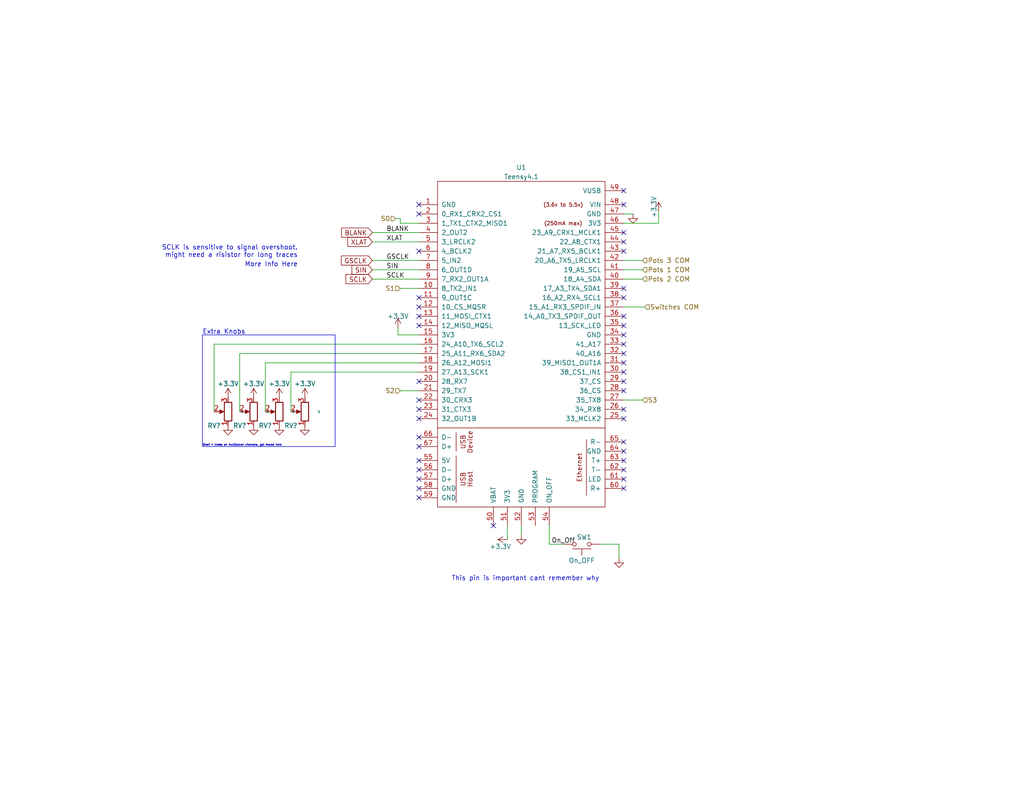
<source format=kicad_sch>
(kicad_sch (version 20230121) (generator eeschema)

  (uuid 24c105d8-5026-40af-bad3-17e0838c9377)

  (paper "USLetter")

  (title_block
    (title "VMC-1")
    (date "2023-12-03")
    (rev "1.00")
  )

  (lib_symbols
    (symbol "Device:R_Potentiometer" (pin_names (offset 1.016) hide) (in_bom yes) (on_board yes)
      (property "Reference" "RV" (at -4.445 0 90)
        (effects (font (size 1.27 1.27)))
      )
      (property "Value" "R_Potentiometer" (at -2.54 0 90)
        (effects (font (size 1.27 1.27)))
      )
      (property "Footprint" "" (at 0 0 0)
        (effects (font (size 1.27 1.27)) hide)
      )
      (property "Datasheet" "~" (at 0 0 0)
        (effects (font (size 1.27 1.27)) hide)
      )
      (property "ki_keywords" "resistor variable" (at 0 0 0)
        (effects (font (size 1.27 1.27)) hide)
      )
      (property "ki_description" "Potentiometer" (at 0 0 0)
        (effects (font (size 1.27 1.27)) hide)
      )
      (property "ki_fp_filters" "Potentiometer*" (at 0 0 0)
        (effects (font (size 1.27 1.27)) hide)
      )
      (symbol "R_Potentiometer_0_1"
        (polyline
          (pts
            (xy 2.54 0)
            (xy 1.524 0)
          )
          (stroke (width 0) (type default))
          (fill (type none))
        )
        (polyline
          (pts
            (xy 1.143 0)
            (xy 2.286 0.508)
            (xy 2.286 -0.508)
            (xy 1.143 0)
          )
          (stroke (width 0) (type default))
          (fill (type outline))
        )
        (rectangle (start 1.016 2.54) (end -1.016 -2.54)
          (stroke (width 0.254) (type default))
          (fill (type none))
        )
      )
      (symbol "R_Potentiometer_1_1"
        (pin passive line (at 0 3.81 270) (length 1.27)
          (name "1" (effects (font (size 1.27 1.27))))
          (number "1" (effects (font (size 1.27 1.27))))
        )
        (pin passive line (at 3.81 0 180) (length 1.27)
          (name "2" (effects (font (size 1.27 1.27))))
          (number "2" (effects (font (size 1.27 1.27))))
        )
        (pin passive line (at 0 -3.81 90) (length 1.27)
          (name "3" (effects (font (size 1.27 1.27))))
          (number "3" (effects (font (size 1.27 1.27))))
        )
      )
    )
    (symbol "Switch:SW_Push" (pin_numbers hide) (pin_names (offset 1.016) hide) (in_bom yes) (on_board yes)
      (property "Reference" "SW" (at 1.27 2.54 0)
        (effects (font (size 1.27 1.27)) (justify left))
      )
      (property "Value" "SW_Push" (at 0 -1.524 0)
        (effects (font (size 1.27 1.27)))
      )
      (property "Footprint" "" (at 0 5.08 0)
        (effects (font (size 1.27 1.27)) hide)
      )
      (property "Datasheet" "~" (at 0 5.08 0)
        (effects (font (size 1.27 1.27)) hide)
      )
      (property "ki_keywords" "switch normally-open pushbutton push-button" (at 0 0 0)
        (effects (font (size 1.27 1.27)) hide)
      )
      (property "ki_description" "Push button switch, generic, two pins" (at 0 0 0)
        (effects (font (size 1.27 1.27)) hide)
      )
      (symbol "SW_Push_0_1"
        (circle (center -2.032 0) (radius 0.508)
          (stroke (width 0) (type default))
          (fill (type none))
        )
        (polyline
          (pts
            (xy 0 1.27)
            (xy 0 3.048)
          )
          (stroke (width 0) (type default))
          (fill (type none))
        )
        (polyline
          (pts
            (xy 2.54 1.27)
            (xy -2.54 1.27)
          )
          (stroke (width 0) (type default))
          (fill (type none))
        )
        (circle (center 2.032 0) (radius 0.508)
          (stroke (width 0) (type default))
          (fill (type none))
        )
        (pin passive line (at -5.08 0 0) (length 2.54)
          (name "1" (effects (font (size 1.27 1.27))))
          (number "1" (effects (font (size 1.27 1.27))))
        )
        (pin passive line (at 5.08 0 180) (length 2.54)
          (name "2" (effects (font (size 1.27 1.27))))
          (number "2" (effects (font (size 1.27 1.27))))
        )
      )
    )
    (symbol "Teensy:Teensy4.1" (pin_names (offset 1.016)) (in_bom yes) (on_board yes)
      (property "Reference" "U" (at 0 64.77 0)
        (effects (font (size 1.27 1.27)))
      )
      (property "Value" "Teensy4.1" (at 0 62.23 0)
        (effects (font (size 1.27 1.27)))
      )
      (property "Footprint" "" (at -10.16 10.16 0)
        (effects (font (size 1.27 1.27)) hide)
      )
      (property "Datasheet" "" (at -10.16 10.16 0)
        (effects (font (size 1.27 1.27)) hide)
      )
      (symbol "Teensy4.1_0_0"
        (polyline
          (pts
            (xy -22.86 -6.35)
            (xy 22.86 -6.35)
          )
          (stroke (width 0) (type solid))
          (fill (type none))
        )
        (polyline
          (pts
            (xy -17.78 -26.67)
            (xy -17.78 -13.97)
          )
          (stroke (width 0) (type solid))
          (fill (type none))
        )
        (polyline
          (pts
            (xy -17.78 -7.62)
            (xy -17.78 -12.7)
          )
          (stroke (width 0) (type solid))
          (fill (type none))
        )
        (polyline
          (pts
            (xy 17.78 -9.525)
            (xy 17.78 -24.765)
          )
          (stroke (width 0) (type solid))
          (fill (type none))
        )
        (text "(250mA max)" (at 11.43 49.53 0)
          (effects (font (size 1.016 1.016)))
        )
        (text "(3.6v to 5.5v)" (at 11.43 54.61 0)
          (effects (font (size 1.016 1.016)))
        )
        (text "Device" (at -13.97 -10.16 900)
          (effects (font (size 1.27 1.27)))
        )
        (text "Ethernet" (at 15.875 -17.145 900)
          (effects (font (size 1.27 1.27)))
        )
        (text "Host" (at -13.97 -20.32 900)
          (effects (font (size 1.27 1.27)))
        )
        (text "USB" (at -15.875 -20.32 900)
          (effects (font (size 1.27 1.27)))
        )
        (text "USB" (at -15.875 -10.16 900)
          (effects (font (size 1.27 1.27)))
        )
        (pin bidirectional line (at -27.94 31.75 0) (length 5.08)
          (name "8_TX2_IN1" (effects (font (size 1.27 1.27))))
          (number "10" (effects (font (size 1.27 1.27))))
        )
        (pin bidirectional line (at -27.94 29.21 0) (length 5.08)
          (name "9_OUT1C" (effects (font (size 1.27 1.27))))
          (number "11" (effects (font (size 1.27 1.27))))
        )
        (pin bidirectional line (at -27.94 26.67 0) (length 5.08)
          (name "10_CS_MQSR" (effects (font (size 1.27 1.27))))
          (number "12" (effects (font (size 1.27 1.27))))
        )
        (pin bidirectional line (at -27.94 24.13 0) (length 5.08)
          (name "11_MOSI_CTX1" (effects (font (size 1.27 1.27))))
          (number "13" (effects (font (size 1.27 1.27))))
        )
        (pin bidirectional line (at -27.94 21.59 0) (length 5.08)
          (name "12_MISO_MQSL" (effects (font (size 1.27 1.27))))
          (number "14" (effects (font (size 1.27 1.27))))
        )
        (pin power_in line (at -27.94 19.05 0) (length 5.08)
          (name "3V3" (effects (font (size 1.27 1.27))))
          (number "15" (effects (font (size 1.27 1.27))))
        )
        (pin bidirectional line (at -27.94 16.51 0) (length 5.08)
          (name "24_A10_TX6_SCL2" (effects (font (size 1.27 1.27))))
          (number "16" (effects (font (size 1.27 1.27))))
        )
        (pin bidirectional line (at -27.94 13.97 0) (length 5.08)
          (name "25_A11_RX6_SDA2" (effects (font (size 1.27 1.27))))
          (number "17" (effects (font (size 1.27 1.27))))
        )
        (pin bidirectional line (at -27.94 11.43 0) (length 5.08)
          (name "26_A12_MOSI1" (effects (font (size 1.27 1.27))))
          (number "18" (effects (font (size 1.27 1.27))))
        )
        (pin bidirectional line (at -27.94 8.89 0) (length 5.08)
          (name "27_A13_SCK1" (effects (font (size 1.27 1.27))))
          (number "19" (effects (font (size 1.27 1.27))))
        )
        (pin bidirectional line (at -27.94 6.35 0) (length 5.08)
          (name "28_RX7" (effects (font (size 1.27 1.27))))
          (number "20" (effects (font (size 1.27 1.27))))
        )
        (pin bidirectional line (at -27.94 3.81 0) (length 5.08)
          (name "29_TX7" (effects (font (size 1.27 1.27))))
          (number "21" (effects (font (size 1.27 1.27))))
        )
        (pin bidirectional line (at -27.94 1.27 0) (length 5.08)
          (name "30_CRX3" (effects (font (size 1.27 1.27))))
          (number "22" (effects (font (size 1.27 1.27))))
        )
        (pin bidirectional line (at -27.94 -1.27 0) (length 5.08)
          (name "31_CTX3" (effects (font (size 1.27 1.27))))
          (number "23" (effects (font (size 1.27 1.27))))
        )
        (pin bidirectional line (at -27.94 -3.81 0) (length 5.08)
          (name "32_OUT1B" (effects (font (size 1.27 1.27))))
          (number "24" (effects (font (size 1.27 1.27))))
        )
        (pin bidirectional line (at 27.94 -3.81 180) (length 5.08)
          (name "33_MCLK2" (effects (font (size 1.27 1.27))))
          (number "25" (effects (font (size 1.27 1.27))))
        )
        (pin bidirectional line (at 27.94 -1.27 180) (length 5.08)
          (name "34_RX8" (effects (font (size 1.27 1.27))))
          (number "26" (effects (font (size 1.27 1.27))))
        )
        (pin bidirectional line (at 27.94 1.27 180) (length 5.08)
          (name "35_TX8" (effects (font (size 1.27 1.27))))
          (number "27" (effects (font (size 1.27 1.27))))
        )
        (pin bidirectional line (at 27.94 3.81 180) (length 5.08)
          (name "36_CS" (effects (font (size 1.27 1.27))))
          (number "28" (effects (font (size 1.27 1.27))))
        )
        (pin bidirectional line (at 27.94 6.35 180) (length 5.08)
          (name "37_CS" (effects (font (size 1.27 1.27))))
          (number "29" (effects (font (size 1.27 1.27))))
        )
        (pin bidirectional line (at 27.94 8.89 180) (length 5.08)
          (name "38_CS1_IN1" (effects (font (size 1.27 1.27))))
          (number "30" (effects (font (size 1.27 1.27))))
        )
        (pin bidirectional line (at 27.94 11.43 180) (length 5.08)
          (name "39_MISO1_OUT1A" (effects (font (size 1.27 1.27))))
          (number "31" (effects (font (size 1.27 1.27))))
        )
        (pin bidirectional line (at 27.94 13.97 180) (length 5.08)
          (name "40_A16" (effects (font (size 1.27 1.27))))
          (number "32" (effects (font (size 1.27 1.27))))
        )
        (pin bidirectional line (at 27.94 16.51 180) (length 5.08)
          (name "41_A17" (effects (font (size 1.27 1.27))))
          (number "33" (effects (font (size 1.27 1.27))))
        )
        (pin bidirectional line (at 27.94 21.59 180) (length 5.08)
          (name "13_SCK_LED" (effects (font (size 1.27 1.27))))
          (number "35" (effects (font (size 1.27 1.27))))
        )
        (pin bidirectional line (at 27.94 24.13 180) (length 5.08)
          (name "14_A0_TX3_SPDIF_OUT" (effects (font (size 1.27 1.27))))
          (number "36" (effects (font (size 1.27 1.27))))
        )
        (pin bidirectional line (at 27.94 26.67 180) (length 5.08)
          (name "15_A1_RX3_SPDIF_IN" (effects (font (size 1.27 1.27))))
          (number "37" (effects (font (size 1.27 1.27))))
        )
        (pin bidirectional line (at 27.94 29.21 180) (length 5.08)
          (name "16_A2_RX4_SCL1" (effects (font (size 1.27 1.27))))
          (number "38" (effects (font (size 1.27 1.27))))
        )
        (pin bidirectional line (at 27.94 31.75 180) (length 5.08)
          (name "17_A3_TX4_SDA1" (effects (font (size 1.27 1.27))))
          (number "39" (effects (font (size 1.27 1.27))))
        )
        (pin bidirectional line (at 27.94 34.29 180) (length 5.08)
          (name "18_A4_SDA" (effects (font (size 1.27 1.27))))
          (number "40" (effects (font (size 1.27 1.27))))
        )
        (pin bidirectional line (at 27.94 36.83 180) (length 5.08)
          (name "19_A5_SCL" (effects (font (size 1.27 1.27))))
          (number "41" (effects (font (size 1.27 1.27))))
        )
        (pin bidirectional line (at 27.94 39.37 180) (length 5.08)
          (name "20_A6_TX5_LRCLK1" (effects (font (size 1.27 1.27))))
          (number "42" (effects (font (size 1.27 1.27))))
        )
        (pin bidirectional line (at 27.94 41.91 180) (length 5.08)
          (name "21_A7_RX5_BCLK1" (effects (font (size 1.27 1.27))))
          (number "43" (effects (font (size 1.27 1.27))))
        )
        (pin bidirectional line (at 27.94 44.45 180) (length 5.08)
          (name "22_A8_CTX1" (effects (font (size 1.27 1.27))))
          (number "44" (effects (font (size 1.27 1.27))))
        )
        (pin bidirectional line (at 27.94 46.99 180) (length 5.08)
          (name "23_A9_CRX1_MCLK1" (effects (font (size 1.27 1.27))))
          (number "45" (effects (font (size 1.27 1.27))))
        )
        (pin output line (at 27.94 49.53 180) (length 5.08)
          (name "3V3" (effects (font (size 1.27 1.27))))
          (number "46" (effects (font (size 1.27 1.27))))
        )
        (pin output line (at 27.94 52.07 180) (length 5.08)
          (name "GND" (effects (font (size 1.27 1.27))))
          (number "47" (effects (font (size 1.27 1.27))))
        )
        (pin power_in line (at 27.94 54.61 180) (length 5.08)
          (name "VIN" (effects (font (size 1.27 1.27))))
          (number "48" (effects (font (size 1.27 1.27))))
        )
        (pin power_out line (at 27.94 58.42 180) (length 5.08)
          (name "VUSB" (effects (font (size 1.27 1.27))))
          (number "49" (effects (font (size 1.27 1.27))))
        )
        (pin bidirectional line (at -27.94 44.45 0) (length 5.08)
          (name "3_LRCLK2" (effects (font (size 1.27 1.27))))
          (number "5" (effects (font (size 1.27 1.27))))
        )
        (pin power_in line (at -7.62 -33.02 90) (length 5.08)
          (name "VBAT" (effects (font (size 1.27 1.27))))
          (number "50" (effects (font (size 1.27 1.27))))
        )
        (pin power_in line (at -3.81 -33.02 90) (length 5.08)
          (name "3V3" (effects (font (size 1.27 1.27))))
          (number "51" (effects (font (size 1.27 1.27))))
        )
        (pin input line (at 0 -33.02 90) (length 5.08)
          (name "GND" (effects (font (size 1.27 1.27))))
          (number "52" (effects (font (size 1.27 1.27))))
        )
        (pin input line (at 3.81 -33.02 90) (length 5.08)
          (name "PROGRAM" (effects (font (size 1.27 1.27))))
          (number "53" (effects (font (size 1.27 1.27))))
        )
        (pin input line (at 7.62 -33.02 90) (length 5.08)
          (name "ON_OFF" (effects (font (size 1.27 1.27))))
          (number "54" (effects (font (size 1.27 1.27))))
        )
        (pin power_out line (at -27.94 -15.24 0) (length 5.08)
          (name "5V" (effects (font (size 1.27 1.27))))
          (number "55" (effects (font (size 1.27 1.27))))
        )
        (pin bidirectional line (at -27.94 -17.78 0) (length 5.08)
          (name "D-" (effects (font (size 1.27 1.27))))
          (number "56" (effects (font (size 1.27 1.27))))
        )
        (pin bidirectional line (at -27.94 -20.32 0) (length 5.08)
          (name "D+" (effects (font (size 1.27 1.27))))
          (number "57" (effects (font (size 1.27 1.27))))
        )
        (pin power_in line (at -27.94 -22.86 0) (length 5.08)
          (name "GND" (effects (font (size 1.27 1.27))))
          (number "58" (effects (font (size 1.27 1.27))))
        )
        (pin power_in line (at -27.94 -25.4 0) (length 5.08)
          (name "GND" (effects (font (size 1.27 1.27))))
          (number "59" (effects (font (size 1.27 1.27))))
        )
        (pin bidirectional line (at -27.94 41.91 0) (length 5.08)
          (name "4_BCLK2" (effects (font (size 1.27 1.27))))
          (number "6" (effects (font (size 1.27 1.27))))
        )
        (pin bidirectional line (at 27.94 -22.86 180) (length 5.08)
          (name "R+" (effects (font (size 1.27 1.27))))
          (number "60" (effects (font (size 1.27 1.27))))
        )
        (pin bidirectional line (at 27.94 -20.32 180) (length 5.08)
          (name "LED" (effects (font (size 1.27 1.27))))
          (number "61" (effects (font (size 1.27 1.27))))
        )
        (pin bidirectional line (at 27.94 -17.78 180) (length 5.08)
          (name "T-" (effects (font (size 1.27 1.27))))
          (number "62" (effects (font (size 1.27 1.27))))
        )
        (pin bidirectional line (at 27.94 -15.24 180) (length 5.08)
          (name "T+" (effects (font (size 1.27 1.27))))
          (number "63" (effects (font (size 1.27 1.27))))
        )
        (pin power_in line (at 27.94 -12.7 180) (length 5.08)
          (name "GND" (effects (font (size 1.27 1.27))))
          (number "64" (effects (font (size 1.27 1.27))))
        )
        (pin bidirectional line (at 27.94 -10.16 180) (length 5.08)
          (name "R-" (effects (font (size 1.27 1.27))))
          (number "65" (effects (font (size 1.27 1.27))))
        )
        (pin bidirectional line (at -27.94 -8.89 0) (length 5.08)
          (name "D-" (effects (font (size 1.27 1.27))))
          (number "66" (effects (font (size 1.27 1.27))))
        )
        (pin bidirectional line (at -27.94 -11.43 0) (length 5.08)
          (name "D+" (effects (font (size 1.27 1.27))))
          (number "67" (effects (font (size 1.27 1.27))))
        )
        (pin bidirectional line (at -27.94 39.37 0) (length 5.08)
          (name "5_IN2" (effects (font (size 1.27 1.27))))
          (number "7" (effects (font (size 1.27 1.27))))
        )
        (pin bidirectional line (at -27.94 36.83 0) (length 5.08)
          (name "6_OUT1D" (effects (font (size 1.27 1.27))))
          (number "8" (effects (font (size 1.27 1.27))))
        )
        (pin bidirectional line (at -27.94 34.29 0) (length 5.08)
          (name "7_RX2_OUT1A" (effects (font (size 1.27 1.27))))
          (number "9" (effects (font (size 1.27 1.27))))
        )
      )
      (symbol "Teensy4.1_0_1"
        (rectangle (start -22.86 60.96) (end 22.86 -27.94)
          (stroke (width 0) (type solid))
          (fill (type none))
        )
        (rectangle (start -20.32 -1.27) (end -20.32 -1.27)
          (stroke (width 0) (type solid))
          (fill (type none))
        )
      )
      (symbol "Teensy4.1_1_1"
        (pin power_in line (at -27.94 54.61 0) (length 5.08)
          (name "GND" (effects (font (size 1.27 1.27))))
          (number "1" (effects (font (size 1.27 1.27))))
        )
        (pin bidirectional line (at -27.94 52.07 0) (length 5.08)
          (name "0_RX1_CRX2_CS1" (effects (font (size 1.27 1.27))))
          (number "2" (effects (font (size 1.27 1.27))))
        )
        (pin bidirectional line (at -27.94 49.53 0) (length 5.08)
          (name "1_TX1_CTX2_MISO1" (effects (font (size 1.27 1.27))))
          (number "3" (effects (font (size 1.27 1.27))))
        )
        (pin power_in line (at 27.94 19.05 180) (length 5.08)
          (name "GND" (effects (font (size 1.27 1.27))))
          (number "34" (effects (font (size 1.27 1.27))))
        )
        (pin bidirectional line (at -27.94 46.99 0) (length 5.08)
          (name "2_OUT2" (effects (font (size 1.27 1.27))))
          (number "4" (effects (font (size 1.27 1.27))))
        )
      )
    )
    (symbol "power:+3.3V" (power) (pin_names (offset 0)) (in_bom yes) (on_board yes)
      (property "Reference" "#PWR" (at 0 -3.81 0)
        (effects (font (size 1.27 1.27)) hide)
      )
      (property "Value" "+3.3V" (at 0 3.556 0)
        (effects (font (size 1.27 1.27)))
      )
      (property "Footprint" "" (at 0 0 0)
        (effects (font (size 1.27 1.27)) hide)
      )
      (property "Datasheet" "" (at 0 0 0)
        (effects (font (size 1.27 1.27)) hide)
      )
      (property "ki_keywords" "global power" (at 0 0 0)
        (effects (font (size 1.27 1.27)) hide)
      )
      (property "ki_description" "Power symbol creates a global label with name \"+3.3V\"" (at 0 0 0)
        (effects (font (size 1.27 1.27)) hide)
      )
      (symbol "+3.3V_0_1"
        (polyline
          (pts
            (xy -0.762 1.27)
            (xy 0 2.54)
          )
          (stroke (width 0) (type default))
          (fill (type none))
        )
        (polyline
          (pts
            (xy 0 0)
            (xy 0 2.54)
          )
          (stroke (width 0) (type default))
          (fill (type none))
        )
        (polyline
          (pts
            (xy 0 2.54)
            (xy 0.762 1.27)
          )
          (stroke (width 0) (type default))
          (fill (type none))
        )
      )
      (symbol "+3.3V_1_1"
        (pin power_in line (at 0 0 90) (length 0) hide
          (name "+3.3V" (effects (font (size 1.27 1.27))))
          (number "1" (effects (font (size 1.27 1.27))))
        )
      )
    )
    (symbol "power:GND" (power) (pin_names (offset 0)) (in_bom yes) (on_board yes)
      (property "Reference" "#PWR" (at 0 -6.35 0)
        (effects (font (size 1.27 1.27)) hide)
      )
      (property "Value" "GND" (at 0 -3.81 0)
        (effects (font (size 1.27 1.27)))
      )
      (property "Footprint" "" (at 0 0 0)
        (effects (font (size 1.27 1.27)) hide)
      )
      (property "Datasheet" "" (at 0 0 0)
        (effects (font (size 1.27 1.27)) hide)
      )
      (property "ki_keywords" "global power" (at 0 0 0)
        (effects (font (size 1.27 1.27)) hide)
      )
      (property "ki_description" "Power symbol creates a global label with name \"GND\" , ground" (at 0 0 0)
        (effects (font (size 1.27 1.27)) hide)
      )
      (symbol "GND_0_1"
        (polyline
          (pts
            (xy 0 0)
            (xy 0 -1.27)
            (xy 1.27 -1.27)
            (xy 0 -2.54)
            (xy -1.27 -1.27)
            (xy 0 -1.27)
          )
          (stroke (width 0) (type default))
          (fill (type none))
        )
      )
      (symbol "GND_1_1"
        (pin power_in line (at 0 0 270) (length 0) hide
          (name "GND" (effects (font (size 1.27 1.27))))
          (number "1" (effects (font (size 1.27 1.27))))
        )
      )
    )
  )


  (no_connect (at 170.18 81.28) (uuid 001b3f1f-985b-4bdb-9024-6c3f836cef06))
  (no_connect (at 114.3 81.28) (uuid 035195e4-ec42-46f0-800e-d8756de3274b))
  (no_connect (at 114.3 128.27) (uuid 0cd1258e-4a17-42c2-8fb9-7e9098588e9e))
  (no_connect (at 114.3 104.14) (uuid 11c87e92-b36d-4b84-ad92-180775e30f9f))
  (no_connect (at 170.18 114.3) (uuid 1528c8d4-288a-46cc-856b-7e0a6e8ea0e8))
  (no_connect (at 114.3 55.88) (uuid 1eefe650-cef4-40ef-a124-5c209bb29e69))
  (no_connect (at 170.18 123.19) (uuid 233a7d35-3041-460b-8308-63ec14a06dfc))
  (no_connect (at 170.18 130.81) (uuid 23ecd732-33d9-4771-b218-81c51afeb0eb))
  (no_connect (at 170.18 93.98) (uuid 2e0c57a6-dff8-40eb-a83f-6c8731b01f58))
  (no_connect (at 170.18 104.14) (uuid 37dade6c-55f6-4500-9653-49bc6a2f0827))
  (no_connect (at 170.18 106.68) (uuid 38363b3d-49d4-482a-9128-0bfe3d39b031))
  (no_connect (at 114.3 83.82) (uuid 394fe14a-da80-47d3-8aeb-d2c14e6fc295))
  (no_connect (at 170.18 133.35) (uuid 3e6bb591-c6c1-46d5-ab09-2ecf06c4b21c))
  (no_connect (at 170.18 120.65) (uuid 40d3fe73-d782-495b-bf89-9f3f3f6318b4))
  (no_connect (at 170.18 128.27) (uuid 417f6fe9-15a9-41ca-8ec3-098ecc693a63))
  (no_connect (at 170.18 101.6) (uuid 4915dd60-6192-4f39-ac25-dbb13123d5c7))
  (no_connect (at 170.18 86.36) (uuid 4a0baf42-54b0-441f-bfee-6d6006738989))
  (no_connect (at 114.3 111.76) (uuid 4ad9a6f2-7af8-4b4c-8928-071b4cbb5461))
  (no_connect (at 170.18 68.58) (uuid 4b61f074-7242-4421-92d9-d8c9f9eb2d0a))
  (no_connect (at 170.18 88.9) (uuid 573f5312-530a-4e8c-8f71-043c06294bdd))
  (no_connect (at 114.3 125.73) (uuid 5ab14697-a550-4c68-bded-7890d2d440f2))
  (no_connect (at 114.3 68.58) (uuid 5b8ce891-e5ce-4d5b-a016-195a36029aad))
  (no_connect (at 170.18 52.07) (uuid 72351fa5-5b63-4d76-bdb3-5660fbc3f112))
  (no_connect (at 114.3 86.36) (uuid 73248f4e-a4e3-4dd2-a215-d1116e28ac0e))
  (no_connect (at 114.3 119.38) (uuid 74186db3-5698-4792-9568-fd77fc1e299e))
  (no_connect (at 114.3 114.3) (uuid 74dbafc0-a713-4953-bf1b-4a172404bbf9))
  (no_connect (at 114.3 133.35) (uuid 7566f827-0308-4b12-b6aa-0def2145fb7b))
  (no_connect (at 170.18 66.04) (uuid 792eab18-18b0-4bc3-9e18-6c243437ab20))
  (no_connect (at 170.18 55.88) (uuid 7b2b7b55-339d-42e6-aed4-ac4a47ad9aeb))
  (no_connect (at 114.3 121.92) (uuid 85d51d7d-5290-4e5e-8537-bd9394ee0536))
  (no_connect (at 170.18 78.74) (uuid 8aaec7a6-347b-4130-9cd9-7d30699d4c23))
  (no_connect (at 134.62 143.51) (uuid 8f008007-d51e-4f18-bd81-984e36e374b4))
  (no_connect (at 114.3 58.42) (uuid 9a54764a-b9e1-4b78-8b16-e5ca38d8c94b))
  (no_connect (at 170.18 99.06) (uuid 9cea62c8-542f-4244-9dee-f79113073bcf))
  (no_connect (at 170.18 111.76) (uuid a27b0bb0-7a36-48a6-8af5-3c99ecb0ac3e))
  (no_connect (at 170.18 125.73) (uuid afe39742-8c42-4194-a569-411f13ea31e1))
  (no_connect (at 114.3 109.22) (uuid b50c2310-1c26-4382-8720-e7f5d44df7a8))
  (no_connect (at 114.3 130.81) (uuid bf4d40db-ca8e-46a6-bb3b-e9ab2aa0a859))
  (no_connect (at 170.18 96.52) (uuid c4e384b4-d2c7-4a62-9d62-a57675f8d43c))
  (no_connect (at 114.3 88.9) (uuid d758a4a8-31a2-4cb0-a937-ee8dd9e02638))
  (no_connect (at 170.18 63.5) (uuid e42a19b1-d7a6-407d-a5b8-1e41f101539a))
  (no_connect (at 114.3 135.89) (uuid ebd6de13-79ce-4008-b53b-d65c0b5f44cd))
  (no_connect (at 170.18 91.44) (uuid f5faf697-e46c-4ff7-a2df-e377e88dce67))

  (wire (pts (xy 108.585 91.44) (xy 114.3 91.44))
    (stroke (width 0) (type default))
    (uuid 06647aa9-5c4c-42ca-aed4-c67887d672f1)
  )
  (wire (pts (xy 142.24 146.05) (xy 142.24 143.51))
    (stroke (width 0) (type default))
    (uuid 0b758613-b143-4a33-8c0a-23faa0ad72d0)
  )
  (wire (pts (xy 179.705 60.96) (xy 170.18 60.96))
    (stroke (width 0) (type default))
    (uuid 2348d76b-b6ac-41ae-b250-fbde5acb2fab)
  )
  (wire (pts (xy 101.6 71.12) (xy 114.3 71.12))
    (stroke (width 0) (type default))
    (uuid 2474ac3d-d8b2-4853-b37b-bfe288d47339)
  )
  (wire (pts (xy 101.6 76.2) (xy 114.3 76.2))
    (stroke (width 0) (type default))
    (uuid 24d0cd28-f22c-488c-9939-3c6b02876c36)
  )
  (wire (pts (xy 170.18 73.66) (xy 175.26 73.66))
    (stroke (width 0) (type default))
    (uuid 2b767d23-aa7c-44cb-831a-3028795730f0)
  )
  (wire (pts (xy 168.91 148.59) (xy 163.83 148.59))
    (stroke (width 0) (type default))
    (uuid 40ef1ba2-7de1-41a3-b844-106c3741622d)
  )
  (wire (pts (xy 170.18 109.22) (xy 175.26 109.22))
    (stroke (width 0) (type default))
    (uuid 4562d32c-78ec-4938-8e0f-d9de58b76900)
  )
  (wire (pts (xy 58.42 93.98) (xy 58.42 112.395))
    (stroke (width 0) (type default))
    (uuid 4f1962b1-ec3b-43c1-be1e-ebbe5213fcc7)
  )
  (wire (pts (xy 79.375 101.6) (xy 79.375 112.395))
    (stroke (width 0) (type default))
    (uuid 4fcaac12-80af-4bc6-8fed-be20d72e6501)
  )
  (wire (pts (xy 101.6 73.66) (xy 114.3 73.66))
    (stroke (width 0) (type default))
    (uuid 53f98deb-dc05-4989-baf6-1f202cf089cf)
  )
  (wire (pts (xy 58.42 93.98) (xy 114.3 93.98))
    (stroke (width 0) (type default))
    (uuid 5916ea4f-5524-4a2a-93ed-46ff7777a6c5)
  )
  (wire (pts (xy 72.39 99.06) (xy 72.39 112.395))
    (stroke (width 0) (type default))
    (uuid 5d31a4aa-8641-4d0b-abb3-2e437ae28829)
  )
  (wire (pts (xy 179.705 57.785) (xy 179.705 60.96))
    (stroke (width 0) (type default))
    (uuid 60a28edd-0d04-4c11-a600-c73fb0cefc7d)
  )
  (wire (pts (xy 109.22 78.74) (xy 114.3 78.74))
    (stroke (width 0) (type default))
    (uuid 614a663a-790e-49ed-82c4-47967bdc864a)
  )
  (wire (pts (xy 101.6 66.04) (xy 114.3 66.04))
    (stroke (width 0) (type default))
    (uuid 619bce3c-70d4-4a5c-b6ea-3ac2a5d9b6cd)
  )
  (wire (pts (xy 138.43 147.32) (xy 138.43 143.51))
    (stroke (width 0) (type default))
    (uuid 6a266070-4232-45fe-a1ba-5942c229fff0)
  )
  (wire (pts (xy 108.585 89.535) (xy 108.585 91.44))
    (stroke (width 0) (type default))
    (uuid 72c75574-2d03-4b56-8c72-b169d7864fd3)
  )
  (wire (pts (xy 65.405 96.52) (xy 65.405 112.395))
    (stroke (width 0) (type default))
    (uuid 75582ebf-fab9-428c-aaaa-254c2b59153a)
  )
  (wire (pts (xy 109.22 60.96) (xy 114.3 60.96))
    (stroke (width 0) (type default))
    (uuid 80c8fef3-f065-417e-8206-c3f4e1b1516b)
  )
  (wire (pts (xy 170.18 71.12) (xy 175.26 71.12))
    (stroke (width 0) (type default))
    (uuid 8e467647-050d-4e95-b13d-56058de8e326)
  )
  (wire (pts (xy 109.22 106.68) (xy 114.3 106.68))
    (stroke (width 0) (type default))
    (uuid 90e1e4c2-1c46-4b7d-a0d6-8527d9690933)
  )
  (wire (pts (xy 170.18 83.82) (xy 175.895 83.82))
    (stroke (width 0) (type default))
    (uuid 9f22d732-1aa1-4138-b884-d998092596a1)
  )
  (wire (pts (xy 170.18 58.42) (xy 172.72 58.42))
    (stroke (width 0) (type default))
    (uuid 9fda7385-5060-4cd1-b996-55f3289063b6)
  )
  (wire (pts (xy 107.95 59.69) (xy 109.22 59.69))
    (stroke (width 0) (type default))
    (uuid a8bbda5a-cad6-4f08-b483-20a063aeeae5)
  )
  (wire (pts (xy 149.86 148.59) (xy 153.67 148.59))
    (stroke (width 0) (type default))
    (uuid ab24712b-5977-40ea-9b21-2555e06acf88)
  )
  (wire (pts (xy 168.91 152.4) (xy 168.91 148.59))
    (stroke (width 0) (type default))
    (uuid b70d18a1-54f5-4b43-8a87-eb96540b9e91)
  )
  (wire (pts (xy 149.86 143.51) (xy 149.86 148.59))
    (stroke (width 0) (type default))
    (uuid c551c3a1-5312-4a79-b2db-ee9d300bb39d)
  )
  (wire (pts (xy 170.18 76.2) (xy 175.26 76.2))
    (stroke (width 0) (type default))
    (uuid c71c9951-33b2-4607-8958-4e553fd60a13)
  )
  (wire (pts (xy 65.405 96.52) (xy 114.3 96.52))
    (stroke (width 0) (type default))
    (uuid cbd6fa21-818e-4a2a-b0f5-23810e52b8f4)
  )
  (wire (pts (xy 101.6 63.5) (xy 114.3 63.5))
    (stroke (width 0) (type default))
    (uuid e17dbe56-26fd-4f31-bb6b-11ddb0dc4449)
  )
  (wire (pts (xy 79.375 101.6) (xy 114.3 101.6))
    (stroke (width 0) (type default))
    (uuid f27200cb-f449-43ed-80c4-1e92e1f20068)
  )
  (wire (pts (xy 72.39 99.06) (xy 114.3 99.06))
    (stroke (width 0) (type default))
    (uuid f6c1dcd4-c18c-4e91-803f-9c3c0f651fee)
  )
  (wire (pts (xy 109.22 59.69) (xy 109.22 60.96))
    (stroke (width 0) (type default))
    (uuid f8a74f37-c34e-4fc4-b2b9-1c77aac81230)
  )

  (rectangle (start 55.245 91.44) (end 91.44 121.92)
    (stroke (width 0) (type default))
    (fill (type none))
    (uuid 4c826b83-cb8a-4899-8266-39e0e04aea0f)
  )

  (text "SCLK is sensitive to signal overshoot.\nmight need a risistor for long traces"
    (at 81.28 70.485 0)
    (effects (font (size 1.27 1.27)) (justify right bottom))
    (uuid 065cfe54-4702-4547-a424-dba8a412dc03)
  )
  (text "Extra Knobs" (at 55.245 91.44 0)
    (effects (font (size 1.27 1.27)) (justify left bottom))
    (uuid 4aeab811-ea45-42b1-be9f-925983229e87)
  )
  (text "Short 4 knobs on multiplexer channels, got moved here"
    (at 55.245 121.92 0)
    (effects (font (size 0.5 0.5)) (justify left bottom))
    (uuid 6ddc606a-573c-4f22-99c4-3a73c6b59309)
  )
  (text "More Info Here" (at 81.28 73.025 0)
    (effects (font (size 1.27 1.27)) (justify right bottom) (href "https://forum.pjrc.com/index.php?threads/sparkfun-tlc5940-and-teensy-4-0.71009/&p=323766&viewfull=1#post323766"))
    (uuid 705b5df5-c663-462a-b49c-69dffefd62dd)
  )
  (text "This pin is important cant remember why\n" (at 123.19 158.75 0)
    (effects (font (size 1.27 1.27)) (justify left bottom))
    (uuid fb5b334f-1a8b-4540-8adb-21f8de683730)
  )

  (label "SIN" (at 105.41 73.66 0) (fields_autoplaced)
    (effects (font (size 1.27 1.27)) (justify left bottom))
    (uuid 0f848a3b-32d9-46c9-8ede-83c933d0010f)
  )
  (label "SCLK" (at 105.41 76.2 0) (fields_autoplaced)
    (effects (font (size 1.27 1.27)) (justify left bottom))
    (uuid 46e58057-2eb9-4c5a-b65a-1200b2b9c666)
  )
  (label "GSCLK" (at 105.41 71.12 0) (fields_autoplaced)
    (effects (font (size 1.27 1.27)) (justify left bottom))
    (uuid 5dcb9316-d79a-4f0a-aede-6d79398e3dfd)
  )
  (label "On_Off" (at 150.495 148.59 0) (fields_autoplaced)
    (effects (font (size 1.27 1.27)) (justify left bottom))
    (uuid 7a1cc422-2468-4a81-88f8-73e0a4fd1415)
  )
  (label "BLANK" (at 105.41 63.5 0) (fields_autoplaced)
    (effects (font (size 1.27 1.27)) (justify left bottom))
    (uuid 85f8ab12-43d7-4cac-b09f-f5dc909e93d6)
  )
  (label "XLAT" (at 105.41 66.04 0) (fields_autoplaced)
    (effects (font (size 1.27 1.27)) (justify left bottom))
    (uuid 8b94311f-6fea-4810-80d2-59a6ddb75053)
  )

  (global_label "XLAT" (shape input) (at 101.6 66.04 180) (fields_autoplaced)
    (effects (font (size 1.27 1.27)) (justify right))
    (uuid 6389ea6e-abd5-4e7c-97e6-d6ce094453d1)
    (property "Intersheetrefs" "${INTERSHEET_REFS}" (at 94.4004 66.04 0)
      (effects (font (size 1.27 1.27)) (justify right) hide)
    )
  )
  (global_label "GSCLK" (shape input) (at 101.6 71.12 180) (fields_autoplaced)
    (effects (font (size 1.27 1.27)) (justify right))
    (uuid 940f625d-d902-4b7c-a1dc-2ba5ee45a51c)
    (property "Intersheetrefs" "${INTERSHEET_REFS}" (at 92.6466 71.12 0)
      (effects (font (size 1.27 1.27)) (justify right) hide)
    )
  )
  (global_label "SCLK" (shape input) (at 101.6 76.2 180) (fields_autoplaced)
    (effects (font (size 1.27 1.27)) (justify right))
    (uuid b12f8d1b-5302-49c7-afaf-dfa672687497)
    (property "Intersheetrefs" "${INTERSHEET_REFS}" (at 93.9166 76.2 0)
      (effects (font (size 1.27 1.27)) (justify right) hide)
    )
  )
  (global_label "BLANK" (shape input) (at 101.6 63.5 180) (fields_autoplaced)
    (effects (font (size 1.27 1.27)) (justify right))
    (uuid ddb28429-ed55-4f81-8ceb-54a995bbab6d)
    (property "Intersheetrefs" "${INTERSHEET_REFS}" (at 92.707 63.5 0)
      (effects (font (size 1.27 1.27)) (justify right) hide)
    )
  )
  (global_label "SIN" (shape input) (at 101.6 73.66 180) (fields_autoplaced)
    (effects (font (size 1.27 1.27)) (justify right))
    (uuid e2572746-0b04-4238-abcf-ab175a77dc41)
    (property "Intersheetrefs" "${INTERSHEET_REFS}" (at 95.5494 73.66 0)
      (effects (font (size 1.27 1.27)) (justify right) hide)
    )
  )

  (hierarchical_label "S3" (shape input) (at 175.26 109.22 0) (fields_autoplaced)
    (effects (font (size 1.27 1.27)) (justify left))
    (uuid 58dc6a79-c1d1-4c02-9b9a-afc4feb98405)
  )
  (hierarchical_label "Pots 2 COM" (shape input) (at 175.26 76.2 0) (fields_autoplaced)
    (effects (font (size 1.27 1.27)) (justify left))
    (uuid 8b3ffa1f-9b18-4c5f-8a3f-c1191c4a2bbe)
  )
  (hierarchical_label "S0" (shape input) (at 107.95 59.69 180) (fields_autoplaced)
    (effects (font (size 1.27 1.27)) (justify right))
    (uuid 9aa01fa4-4378-4fab-b46a-ca29ffc3254c)
  )
  (hierarchical_label "Pots 1 COM" (shape input) (at 175.26 73.66 0) (fields_autoplaced)
    (effects (font (size 1.27 1.27)) (justify left))
    (uuid b3819292-c14e-4f15-bace-d609bde222c0)
  )
  (hierarchical_label "S2" (shape input) (at 109.22 106.68 180) (fields_autoplaced)
    (effects (font (size 1.27 1.27)) (justify right))
    (uuid c9eadb7f-753b-4402-b43e-53688e24328b)
  )
  (hierarchical_label "Pots 3 COM" (shape input) (at 175.26 71.12 0) (fields_autoplaced)
    (effects (font (size 1.27 1.27)) (justify left))
    (uuid d65b65a4-1546-4dbb-8345-7d7a2b8b6bdb)
  )
  (hierarchical_label "S1" (shape input) (at 109.22 78.74 180) (fields_autoplaced)
    (effects (font (size 1.27 1.27)) (justify right))
    (uuid d8261dba-0384-4ea2-a727-ac6dbeeeb9a7)
  )
  (hierarchical_label "Switches COM" (shape input) (at 175.895 83.82 0) (fields_autoplaced)
    (effects (font (size 1.27 1.27)) (justify left))
    (uuid eda55dfd-eb2c-4cca-b8e7-78d25a37ff36)
  )

  (symbol (lib_id "power:GND") (at 69.215 116.205 0) (unit 1)
    (in_bom yes) (on_board yes) (dnp no) (fields_autoplaced)
    (uuid 000d289a-6850-4959-a052-20958f8865ca)
    (property "Reference" "#PWR060" (at 69.215 122.555 0)
      (effects (font (size 1.27 1.27)) hide)
    )
    (property "Value" "GND" (at 69.215 121.285 0)
      (effects (font (size 1.27 1.27)) hide)
    )
    (property "Footprint" "" (at 69.215 116.205 0)
      (effects (font (size 1.27 1.27)) hide)
    )
    (property "Datasheet" "" (at 69.215 116.205 0)
      (effects (font (size 1.27 1.27)) hide)
    )
    (pin "1" (uuid e7c81ed8-2860-4afc-97ee-baf29e50e92d))
    (instances
      (project "VMC1"
        (path "/030598bf-3d55-483a-af42-40ff6f2e377a/0e4dff31-92f3-4306-89d1-37404e655862"
          (reference "#PWR060") (unit 1)
        )
        (path "/030598bf-3d55-483a-af42-40ff6f2e377a/35d099d8-fbd8-4467-b743-48425c2f6fdb"
          (reference "#PWR094") (unit 1)
        )
        (path "/030598bf-3d55-483a-af42-40ff6f2e377a/fdfac26c-d8b4-497d-932c-b6e328b66f3b"
          (reference "#PWR0131") (unit 1)
        )
      )
      (project "V"
        (path "/f9418f3a-fa41-4a3d-8541-c10ffd215f7d/7ffcc307-6cac-4824-b607-a8f1674c733d"
          (reference "#PWR010") (unit 1)
        )
      )
    )
  )

  (symbol (lib_id "Device:R_Potentiometer") (at 83.185 112.395 180) (unit 1)
    (in_bom yes) (on_board yes) (dnp no)
    (uuid 125aa248-0d64-42f4-986c-fd40d62a0881)
    (property "Reference" "RV?" (at 79.375 116.205 0)
      (effects (font (size 1.27 1.27)))
    )
    (property "Value" "~" (at 86.995 112.395 90)
      (effects (font (size 1.27 1.27)))
    )
    (property "Footprint" "Potentiometer_THT:Potentiometer_Bourns_PTA3043_Single_Slide" (at 83.185 112.395 0)
      (effects (font (size 1.27 1.27)) hide)
    )
    (property "Datasheet" "~" (at 83.185 112.395 0)
      (effects (font (size 1.27 1.27)) hide)
    )
    (pin "1" (uuid 325b5af8-e901-4e61-813a-0882ba45a67a))
    (pin "2" (uuid 10bcb941-7125-4314-b9f3-408a2999bf90))
    (pin "3" (uuid fbb8425c-72a5-4bc4-b619-186951c95e86))
    (instances
      (project "VMC1"
        (path "/030598bf-3d55-483a-af42-40ff6f2e377a/0e4dff31-92f3-4306-89d1-37404e655862"
          (reference "RV?") (unit 1)
        )
        (path "/030598bf-3d55-483a-af42-40ff6f2e377a/35d099d8-fbd8-4467-b743-48425c2f6fdb"
          (reference "RV?") (unit 1)
        )
        (path "/030598bf-3d55-483a-af42-40ff6f2e377a/fdfac26c-d8b4-497d-932c-b6e328b66f3b"
          (reference "RV52") (unit 1)
        )
      )
      (project "V"
        (path "/f9418f3a-fa41-4a3d-8541-c10ffd215f7d/7ffcc307-6cac-4824-b607-a8f1674c733d"
          (reference "RV?") (unit 1)
        )
      )
    )
  )

  (symbol (lib_id "Device:R_Potentiometer") (at 69.215 112.395 180) (unit 1)
    (in_bom yes) (on_board yes) (dnp no)
    (uuid 35675d35-ee66-498c-a6b8-1ed71b1f6e50)
    (property "Reference" "RV?" (at 65.405 116.205 0)
      (effects (font (size 1.27 1.27)))
    )
    (property "Value" "~" (at 73.025 112.395 90)
      (effects (font (size 1.27 1.27)))
    )
    (property "Footprint" "Potentiometer_THT:Potentiometer_Bourns_PTA3043_Single_Slide" (at 69.215 112.395 0)
      (effects (font (size 1.27 1.27)) hide)
    )
    (property "Datasheet" "~" (at 69.215 112.395 0)
      (effects (font (size 1.27 1.27)) hide)
    )
    (pin "1" (uuid 3ca1bf25-d268-41e2-88a8-3c6d44dc4ece))
    (pin "2" (uuid 294a489b-bf43-4068-ab8f-dfe1b5efb02e))
    (pin "3" (uuid bb6011a8-6131-4286-b7b6-8fab16525365))
    (instances
      (project "VMC1"
        (path "/030598bf-3d55-483a-af42-40ff6f2e377a/0e4dff31-92f3-4306-89d1-37404e655862"
          (reference "RV?") (unit 1)
        )
        (path "/030598bf-3d55-483a-af42-40ff6f2e377a/35d099d8-fbd8-4467-b743-48425c2f6fdb"
          (reference "RV?") (unit 1)
        )
        (path "/030598bf-3d55-483a-af42-40ff6f2e377a/fdfac26c-d8b4-497d-932c-b6e328b66f3b"
          (reference "RV50") (unit 1)
        )
      )
      (project "V"
        (path "/f9418f3a-fa41-4a3d-8541-c10ffd215f7d/7ffcc307-6cac-4824-b607-a8f1674c733d"
          (reference "RV?") (unit 1)
        )
      )
    )
  )

  (symbol (lib_id "power:GND") (at 142.24 146.05 0) (unit 1)
    (in_bom yes) (on_board yes) (dnp no) (fields_autoplaced)
    (uuid 37c6330d-f51e-400f-a3fc-2cf0479b3bee)
    (property "Reference" "#PWR0134" (at 142.24 152.4 0)
      (effects (font (size 1.27 1.27)) hide)
    )
    (property "Value" "GND" (at 142.24 151.13 0)
      (effects (font (size 1.27 1.27)) hide)
    )
    (property "Footprint" "" (at 142.24 146.05 0)
      (effects (font (size 1.27 1.27)) hide)
    )
    (property "Datasheet" "" (at 142.24 146.05 0)
      (effects (font (size 1.27 1.27)) hide)
    )
    (pin "1" (uuid 2c866de8-6554-4e10-baa1-80d5463c0dc5))
    (instances
      (project "VMC1"
        (path "/030598bf-3d55-483a-af42-40ff6f2e377a/fdfac26c-d8b4-497d-932c-b6e328b66f3b"
          (reference "#PWR0134") (unit 1)
        )
      )
      (project "V"
        (path "/f9418f3a-fa41-4a3d-8541-c10ffd215f7d"
          (reference "#PWR02") (unit 1)
        )
        (path "/f9418f3a-fa41-4a3d-8541-c10ffd215f7d/a637aa4d-93de-4cff-b28d-61c3ce6fea3c"
          (reference "#PWR01") (unit 1)
        )
      )
    )
  )

  (symbol (lib_id "power:GND") (at 83.185 116.205 0) (unit 1)
    (in_bom yes) (on_board yes) (dnp no) (fields_autoplaced)
    (uuid 3942d5df-9359-4a9a-82a9-6e512d6a44a6)
    (property "Reference" "#PWR060" (at 83.185 122.555 0)
      (effects (font (size 1.27 1.27)) hide)
    )
    (property "Value" "GND" (at 83.185 121.285 0)
      (effects (font (size 1.27 1.27)) hide)
    )
    (property "Footprint" "" (at 83.185 116.205 0)
      (effects (font (size 1.27 1.27)) hide)
    )
    (property "Datasheet" "" (at 83.185 116.205 0)
      (effects (font (size 1.27 1.27)) hide)
    )
    (pin "1" (uuid aa0d3c73-65db-471a-88fa-f4a9e575f331))
    (instances
      (project "VMC1"
        (path "/030598bf-3d55-483a-af42-40ff6f2e377a/0e4dff31-92f3-4306-89d1-37404e655862"
          (reference "#PWR060") (unit 1)
        )
        (path "/030598bf-3d55-483a-af42-40ff6f2e377a/35d099d8-fbd8-4467-b743-48425c2f6fdb"
          (reference "#PWR094") (unit 1)
        )
        (path "/030598bf-3d55-483a-af42-40ff6f2e377a/fdfac26c-d8b4-497d-932c-b6e328b66f3b"
          (reference "#PWR0133") (unit 1)
        )
      )
      (project "V"
        (path "/f9418f3a-fa41-4a3d-8541-c10ffd215f7d/7ffcc307-6cac-4824-b607-a8f1674c733d"
          (reference "#PWR010") (unit 1)
        )
      )
    )
  )

  (symbol (lib_id "power:+3.3V") (at 76.2 108.585 0) (unit 1)
    (in_bom yes) (on_board yes) (dnp no)
    (uuid 3f3da1bd-7c0e-4fe1-883e-84734818347c)
    (property "Reference" "#PWR044" (at 76.2 112.395 0)
      (effects (font (size 1.27 1.27)) hide)
    )
    (property "Value" "+3.3V" (at 76.2 104.775 0)
      (effects (font (size 1.27 1.27)))
    )
    (property "Footprint" "" (at 76.2 108.585 0)
      (effects (font (size 1.27 1.27)) hide)
    )
    (property "Datasheet" "" (at 76.2 108.585 0)
      (effects (font (size 1.27 1.27)) hide)
    )
    (pin "1" (uuid a3ee212d-f2cd-4662-8adc-81a5cb94773a))
    (instances
      (project "VMC1"
        (path "/030598bf-3d55-483a-af42-40ff6f2e377a/0e4dff31-92f3-4306-89d1-37404e655862"
          (reference "#PWR044") (unit 1)
        )
        (path "/030598bf-3d55-483a-af42-40ff6f2e377a/35d099d8-fbd8-4467-b743-48425c2f6fdb"
          (reference "#PWR078") (unit 1)
        )
        (path "/030598bf-3d55-483a-af42-40ff6f2e377a/fdfac26c-d8b4-497d-932c-b6e328b66f3b"
          (reference "#PWR0128") (unit 1)
        )
      )
      (project "V"
        (path "/f9418f3a-fa41-4a3d-8541-c10ffd215f7d/7ffcc307-6cac-4824-b607-a8f1674c733d"
          (reference "#PWR09") (unit 1)
        )
      )
    )
  )

  (symbol (lib_id "Device:R_Potentiometer") (at 62.23 112.395 180) (unit 1)
    (in_bom yes) (on_board yes) (dnp no)
    (uuid 4a5299c2-a120-43cc-b3f0-f97e13fe2f88)
    (property "Reference" "RV?" (at 58.42 116.205 0)
      (effects (font (size 1.27 1.27)))
    )
    (property "Value" "~" (at 66.04 112.395 90)
      (effects (font (size 1.27 1.27)))
    )
    (property "Footprint" "Potentiometer_THT:Potentiometer_Bourns_PTA3043_Single_Slide" (at 62.23 112.395 0)
      (effects (font (size 1.27 1.27)) hide)
    )
    (property "Datasheet" "~" (at 62.23 112.395 0)
      (effects (font (size 1.27 1.27)) hide)
    )
    (pin "1" (uuid 793318e5-3072-4594-8572-176ff632d215))
    (pin "2" (uuid f62f1d0d-1e5c-49d3-b1e6-0abaf987a37e))
    (pin "3" (uuid 2b4fa7b2-3440-4d34-8ee6-da5b7efb398b))
    (instances
      (project "VMC1"
        (path "/030598bf-3d55-483a-af42-40ff6f2e377a/0e4dff31-92f3-4306-89d1-37404e655862"
          (reference "RV?") (unit 1)
        )
        (path "/030598bf-3d55-483a-af42-40ff6f2e377a/35d099d8-fbd8-4467-b743-48425c2f6fdb"
          (reference "RV?") (unit 1)
        )
        (path "/030598bf-3d55-483a-af42-40ff6f2e377a/fdfac26c-d8b4-497d-932c-b6e328b66f3b"
          (reference "RV49") (unit 1)
        )
      )
      (project "V"
        (path "/f9418f3a-fa41-4a3d-8541-c10ffd215f7d/7ffcc307-6cac-4824-b607-a8f1674c733d"
          (reference "RV?") (unit 1)
        )
      )
    )
  )

  (symbol (lib_id "Teensy:Teensy4.1") (at 142.24 110.49 0) (unit 1)
    (in_bom yes) (on_board yes) (dnp no) (fields_autoplaced)
    (uuid 4c8b4a24-581e-46d3-9f35-2dc2dd8a5c4f)
    (property "Reference" "U1" (at 142.24 45.72 0)
      (effects (font (size 1.27 1.27)))
    )
    (property "Value" "Teensy4.1" (at 142.24 48.26 0)
      (effects (font (size 1.27 1.27)))
    )
    (property "Footprint" "" (at 132.08 100.33 0)
      (effects (font (size 1.27 1.27)) hide)
    )
    (property "Datasheet" "" (at 132.08 100.33 0)
      (effects (font (size 1.27 1.27)) hide)
    )
    (pin "10" (uuid 1b668009-0f99-4565-a3ce-b7e4d13e27f4))
    (pin "11" (uuid 7a5869e9-1d94-4a65-8bbf-01753d749d5f))
    (pin "12" (uuid 9b16d7ba-bc4a-4dfa-ab97-67020f008e35))
    (pin "13" (uuid a2f4e170-ecaa-4200-8acb-c585d848b0fa))
    (pin "14" (uuid 21d9701b-3e8a-4b27-88c8-d64196ad0b15))
    (pin "15" (uuid e2c17342-390a-4597-b442-433e5022cb05))
    (pin "16" (uuid cf59797c-3cab-4b96-a9b9-16399833c752))
    (pin "17" (uuid e40361e0-87b6-433a-85a8-3b7dbec8875f))
    (pin "18" (uuid 46a645c2-01ad-4825-98c3-5f53dcdfea04))
    (pin "19" (uuid 41909930-ee95-4646-acbf-ac3bcbe23e1e))
    (pin "20" (uuid e8d8b69a-7f94-4751-8781-68b7378a874a))
    (pin "21" (uuid d00e3182-578e-4cc1-b647-8b34b53ce22e))
    (pin "22" (uuid 27e86f88-7a44-4f93-9b5e-af0e45d20f09))
    (pin "23" (uuid 318380df-5b07-401e-8007-c371cb1b65ed))
    (pin "24" (uuid d85c0063-3eda-4c68-a13e-5eb0170ea075))
    (pin "25" (uuid eb41bac7-c3a8-4a2f-af8d-b4af36cc96a1))
    (pin "26" (uuid e0dc399b-f60f-463a-b9a3-44ac540a39e9))
    (pin "27" (uuid 43682a40-bc48-42fd-8e6b-809c8678f8cb))
    (pin "28" (uuid 90414eb2-c969-46f7-8b78-2a2cab35f492))
    (pin "29" (uuid 7e95da1a-d445-487a-a598-9458edf488b4))
    (pin "30" (uuid 282eb655-3c73-4ccb-a366-102633ba3538))
    (pin "31" (uuid 75e9157c-676b-49df-9301-b3a5afbb9105))
    (pin "32" (uuid 28d842a5-251c-40e9-81ce-90b3e88715e5))
    (pin "33" (uuid 6face8f4-5fdb-4ae5-935b-edbfedf5965f))
    (pin "35" (uuid db53841a-c8e7-44a7-9699-d355aea0019f))
    (pin "36" (uuid 7ea4cd1e-3458-4b53-abca-6b2632a99bd5))
    (pin "37" (uuid d8304a31-7d0d-462b-97ef-6e8be8aed36e))
    (pin "38" (uuid c68e12ec-8d6d-48e8-8761-37dc96554502))
    (pin "39" (uuid fe374b15-a456-412c-b2cc-bf3f6ceeb67d))
    (pin "40" (uuid 9b26f7d8-f2a8-49a5-b311-7063c4c5c0cc))
    (pin "41" (uuid b1982bd1-587a-471a-b6ef-2bd80ab4f516))
    (pin "42" (uuid dc82db43-7191-4cb1-9426-928251e383cf))
    (pin "43" (uuid b7101ec2-300d-4bf2-8603-a5bf3ea88ae0))
    (pin "44" (uuid f2850b03-6ab0-409b-8e5f-0d112e316f31))
    (pin "45" (uuid 0feb1b63-627e-440a-91e0-0a1e831b0635))
    (pin "46" (uuid 17c30011-e818-4991-a979-034385c77000))
    (pin "47" (uuid 62cda9dd-0caa-4505-9986-250110c56d8c))
    (pin "48" (uuid da261a4c-7292-4609-b064-416847dd4120))
    (pin "49" (uuid 4c223412-4a94-48ed-86bb-36b6cb4d8bad))
    (pin "5" (uuid 7f97bfac-d5cf-4efe-afe1-05ca33476d74))
    (pin "50" (uuid 73b5ef00-42d7-4440-bf21-aa85b91fe864))
    (pin "51" (uuid 6b1f0cb2-a8af-4b9a-bf5d-3b5d69feb1c0))
    (pin "52" (uuid 78a4ef17-7d83-441a-a0f4-b4ae9c2ccd5f))
    (pin "53" (uuid 290ae6ac-f4d9-4fbc-b47a-fe6276c0ad86))
    (pin "54" (uuid faf20a7d-aa23-486c-947b-d1f5c5a13d63))
    (pin "55" (uuid 3cb7b262-1add-41d4-a326-1431d03ec35a))
    (pin "56" (uuid b90abada-da56-4c6b-b56c-85bf45059b66))
    (pin "57" (uuid 0b52eed8-11e3-4728-8f06-6174a6b5559e))
    (pin "58" (uuid 7b8c1920-83cc-4776-b6ea-d82a4d6200ea))
    (pin "59" (uuid 2f03d3c5-c5cf-4f91-8110-3c9f366977c4))
    (pin "6" (uuid 9ce93811-ad20-4fc6-bfc4-ba34fda33ea6))
    (pin "60" (uuid c7c14f46-0413-4856-b7af-167465d1c01b))
    (pin "61" (uuid 70bba9f8-9641-48c5-81a2-246919522b0d))
    (pin "62" (uuid 0605af33-6ed5-4e90-9dd4-b3be652f464d))
    (pin "63" (uuid 529156da-3f0f-4da7-a2b4-0ea722c07b39))
    (pin "64" (uuid 479c94b5-b318-443c-92f2-19a7cc9fa47a))
    (pin "65" (uuid fe5cd4ac-e7bb-4683-b3a1-cce01faf48bb))
    (pin "66" (uuid b00e4f2c-59e4-4d1c-b613-9c893d48e857))
    (pin "67" (uuid e1dc2fe6-4e2b-4159-8f06-d299a888ad02))
    (pin "7" (uuid 5f7a9c46-a373-4655-a900-2dc7faac006f))
    (pin "8" (uuid d087d7d6-3bd7-48ba-bddd-a887fb53e1bb))
    (pin "9" (uuid 9f8181c3-923f-4b21-b7f5-5e8f62786fd0))
    (pin "1" (uuid e5e1c815-2cd9-410d-aa0e-9733ea201d8c))
    (pin "2" (uuid 452c96b4-6f02-4e8f-abb1-77d9cb8b2d7a))
    (pin "3" (uuid 31074358-997f-4e43-902b-ee446a3baf6a))
    (pin "34" (uuid e2aa0d83-738f-4090-be2a-fa3d52c807a6))
    (pin "4" (uuid 95c25801-3b3f-4ad4-b252-03b968fbea63))
    (instances
      (project "VMC1"
        (path "/030598bf-3d55-483a-af42-40ff6f2e377a/fdfac26c-d8b4-497d-932c-b6e328b66f3b"
          (reference "U1") (unit 1)
        )
      )
      (project "V"
        (path "/f9418f3a-fa41-4a3d-8541-c10ffd215f7d"
          (reference "U?") (unit 1)
        )
        (path "/f9418f3a-fa41-4a3d-8541-c10ffd215f7d/a637aa4d-93de-4cff-b28d-61c3ce6fea3c"
          (reference "U?") (unit 1)
        )
      )
    )
  )

  (symbol (lib_id "power:+3.3V") (at 62.23 108.585 0) (unit 1)
    (in_bom yes) (on_board yes) (dnp no)
    (uuid 4faba614-a1cc-427d-b979-2cac5b1f8f65)
    (property "Reference" "#PWR044" (at 62.23 112.395 0)
      (effects (font (size 1.27 1.27)) hide)
    )
    (property "Value" "+3.3V" (at 62.23 104.775 0)
      (effects (font (size 1.27 1.27)))
    )
    (property "Footprint" "" (at 62.23 108.585 0)
      (effects (font (size 1.27 1.27)) hide)
    )
    (property "Datasheet" "" (at 62.23 108.585 0)
      (effects (font (size 1.27 1.27)) hide)
    )
    (pin "1" (uuid 005aa86e-5c30-4be0-9cfa-d061618d633d))
    (instances
      (project "VMC1"
        (path "/030598bf-3d55-483a-af42-40ff6f2e377a/0e4dff31-92f3-4306-89d1-37404e655862"
          (reference "#PWR044") (unit 1)
        )
        (path "/030598bf-3d55-483a-af42-40ff6f2e377a/35d099d8-fbd8-4467-b743-48425c2f6fdb"
          (reference "#PWR078") (unit 1)
        )
        (path "/030598bf-3d55-483a-af42-40ff6f2e377a/fdfac26c-d8b4-497d-932c-b6e328b66f3b"
          (reference "#PWR06") (unit 1)
        )
      )
      (project "V"
        (path "/f9418f3a-fa41-4a3d-8541-c10ffd215f7d/7ffcc307-6cac-4824-b607-a8f1674c733d"
          (reference "#PWR09") (unit 1)
        )
      )
    )
  )

  (symbol (lib_id "power:GND") (at 172.72 58.42 0) (unit 1)
    (in_bom yes) (on_board yes) (dnp no) (fields_autoplaced)
    (uuid 577bfa28-f097-4b3e-9626-c7f7415b2dd8)
    (property "Reference" "#PWR02" (at 172.72 64.77 0)
      (effects (font (size 1.27 1.27)) hide)
    )
    (property "Value" "GND" (at 172.72 63.5 0)
      (effects (font (size 1.27 1.27)) hide)
    )
    (property "Footprint" "" (at 172.72 58.42 0)
      (effects (font (size 1.27 1.27)) hide)
    )
    (property "Datasheet" "" (at 172.72 58.42 0)
      (effects (font (size 1.27 1.27)) hide)
    )
    (pin "1" (uuid ac9f4abb-4ffb-4a27-bd99-24b775a6579e))
    (instances
      (project "VMC1"
        (path "/030598bf-3d55-483a-af42-40ff6f2e377a/fdfac26c-d8b4-497d-932c-b6e328b66f3b"
          (reference "#PWR02") (unit 1)
        )
      )
      (project "V"
        (path "/f9418f3a-fa41-4a3d-8541-c10ffd215f7d/a637aa4d-93de-4cff-b28d-61c3ce6fea3c"
          (reference "#PWR077") (unit 1)
        )
      )
    )
  )

  (symbol (lib_id "power:+3.3V") (at 179.705 57.785 0) (unit 1)
    (in_bom yes) (on_board yes) (dnp no)
    (uuid 60b5b2c5-e856-4970-a936-f4bb79e877e5)
    (property "Reference" "#PWR03" (at 179.705 61.595 0)
      (effects (font (size 1.27 1.27)) hide)
    )
    (property "Value" "+3.3V" (at 178.435 56.515 90)
      (effects (font (size 1.27 1.27)))
    )
    (property "Footprint" "" (at 179.705 57.785 0)
      (effects (font (size 1.27 1.27)) hide)
    )
    (property "Datasheet" "" (at 179.705 57.785 0)
      (effects (font (size 1.27 1.27)) hide)
    )
    (pin "1" (uuid f710f713-e21a-4d65-950b-39a1ae71fb6b))
    (instances
      (project "VMC1"
        (path "/030598bf-3d55-483a-af42-40ff6f2e377a/fdfac26c-d8b4-497d-932c-b6e328b66f3b"
          (reference "#PWR03") (unit 1)
        )
      )
      (project "V"
        (path "/f9418f3a-fa41-4a3d-8541-c10ffd215f7d/a637aa4d-93de-4cff-b28d-61c3ce6fea3c"
          (reference "#PWR076") (unit 1)
        )
      )
    )
  )

  (symbol (lib_id "Device:R_Potentiometer") (at 76.2 112.395 180) (unit 1)
    (in_bom yes) (on_board yes) (dnp no)
    (uuid 7aaf4ed9-93b1-4f6a-a485-dfe3c659603e)
    (property "Reference" "RV?" (at 72.39 116.205 0)
      (effects (font (size 1.27 1.27)))
    )
    (property "Value" "~" (at 80.01 112.395 90)
      (effects (font (size 1.27 1.27)))
    )
    (property "Footprint" "Potentiometer_THT:Potentiometer_Bourns_PTA3043_Single_Slide" (at 76.2 112.395 0)
      (effects (font (size 1.27 1.27)) hide)
    )
    (property "Datasheet" "~" (at 76.2 112.395 0)
      (effects (font (size 1.27 1.27)) hide)
    )
    (pin "1" (uuid f17139bd-6e82-4e48-8699-130deda884d2))
    (pin "2" (uuid 14692d87-0334-4d2d-b268-4caebc557f54))
    (pin "3" (uuid 687a23d9-080d-4abb-8ea3-9974c694144e))
    (instances
      (project "VMC1"
        (path "/030598bf-3d55-483a-af42-40ff6f2e377a/0e4dff31-92f3-4306-89d1-37404e655862"
          (reference "RV?") (unit 1)
        )
        (path "/030598bf-3d55-483a-af42-40ff6f2e377a/35d099d8-fbd8-4467-b743-48425c2f6fdb"
          (reference "RV?") (unit 1)
        )
        (path "/030598bf-3d55-483a-af42-40ff6f2e377a/fdfac26c-d8b4-497d-932c-b6e328b66f3b"
          (reference "RV51") (unit 1)
        )
      )
      (project "V"
        (path "/f9418f3a-fa41-4a3d-8541-c10ffd215f7d/7ffcc307-6cac-4824-b607-a8f1674c733d"
          (reference "RV?") (unit 1)
        )
      )
    )
  )

  (symbol (lib_id "power:+3.3V") (at 69.215 108.585 0) (unit 1)
    (in_bom yes) (on_board yes) (dnp no)
    (uuid 832afeb9-fadf-4179-afc6-ef2d90ffb292)
    (property "Reference" "#PWR044" (at 69.215 112.395 0)
      (effects (font (size 1.27 1.27)) hide)
    )
    (property "Value" "+3.3V" (at 69.215 104.775 0)
      (effects (font (size 1.27 1.27)))
    )
    (property "Footprint" "" (at 69.215 108.585 0)
      (effects (font (size 1.27 1.27)) hide)
    )
    (property "Datasheet" "" (at 69.215 108.585 0)
      (effects (font (size 1.27 1.27)) hide)
    )
    (pin "1" (uuid 56568778-36c6-4991-b44e-44d9f8cf43a4))
    (instances
      (project "VMC1"
        (path "/030598bf-3d55-483a-af42-40ff6f2e377a/0e4dff31-92f3-4306-89d1-37404e655862"
          (reference "#PWR044") (unit 1)
        )
        (path "/030598bf-3d55-483a-af42-40ff6f2e377a/35d099d8-fbd8-4467-b743-48425c2f6fdb"
          (reference "#PWR078") (unit 1)
        )
        (path "/030598bf-3d55-483a-af42-40ff6f2e377a/fdfac26c-d8b4-497d-932c-b6e328b66f3b"
          (reference "#PWR07") (unit 1)
        )
      )
      (project "V"
        (path "/f9418f3a-fa41-4a3d-8541-c10ffd215f7d/7ffcc307-6cac-4824-b607-a8f1674c733d"
          (reference "#PWR09") (unit 1)
        )
      )
    )
  )

  (symbol (lib_id "power:+3.3V") (at 108.585 89.535 0) (unit 1)
    (in_bom yes) (on_board yes) (dnp no) (fields_autoplaced)
    (uuid 8a5be2cf-8da2-4137-9cd1-ce3456b69711)
    (property "Reference" "#PWR01" (at 108.585 93.345 0)
      (effects (font (size 1.27 1.27)) hide)
    )
    (property "Value" "+3.3V" (at 108.585 86.36 0)
      (effects (font (size 1.27 1.27)))
    )
    (property "Footprint" "" (at 108.585 89.535 0)
      (effects (font (size 1.27 1.27)) hide)
    )
    (property "Datasheet" "" (at 108.585 89.535 0)
      (effects (font (size 1.27 1.27)) hide)
    )
    (pin "1" (uuid 4faf0e3c-e3a0-456e-a0f9-aea331cc8fce))
    (instances
      (project "VMC1"
        (path "/030598bf-3d55-483a-af42-40ff6f2e377a/fdfac26c-d8b4-497d-932c-b6e328b66f3b"
          (reference "#PWR01") (unit 1)
        )
      )
    )
  )

  (symbol (lib_id "power:GND") (at 62.23 116.205 0) (unit 1)
    (in_bom yes) (on_board yes) (dnp no) (fields_autoplaced)
    (uuid 9954e656-1e19-416e-9aa8-729c91d65a01)
    (property "Reference" "#PWR060" (at 62.23 122.555 0)
      (effects (font (size 1.27 1.27)) hide)
    )
    (property "Value" "GND" (at 62.23 121.285 0)
      (effects (font (size 1.27 1.27)) hide)
    )
    (property "Footprint" "" (at 62.23 116.205 0)
      (effects (font (size 1.27 1.27)) hide)
    )
    (property "Datasheet" "" (at 62.23 116.205 0)
      (effects (font (size 1.27 1.27)) hide)
    )
    (pin "1" (uuid 48064d5f-f2de-4745-9b54-2f4986778e85))
    (instances
      (project "VMC1"
        (path "/030598bf-3d55-483a-af42-40ff6f2e377a/0e4dff31-92f3-4306-89d1-37404e655862"
          (reference "#PWR060") (unit 1)
        )
        (path "/030598bf-3d55-483a-af42-40ff6f2e377a/35d099d8-fbd8-4467-b743-48425c2f6fdb"
          (reference "#PWR094") (unit 1)
        )
        (path "/030598bf-3d55-483a-af42-40ff6f2e377a/fdfac26c-d8b4-497d-932c-b6e328b66f3b"
          (reference "#PWR0130") (unit 1)
        )
      )
      (project "V"
        (path "/f9418f3a-fa41-4a3d-8541-c10ffd215f7d/7ffcc307-6cac-4824-b607-a8f1674c733d"
          (reference "#PWR010") (unit 1)
        )
      )
    )
  )

  (symbol (lib_id "power:GND") (at 76.2 116.205 0) (unit 1)
    (in_bom yes) (on_board yes) (dnp no) (fields_autoplaced)
    (uuid a2934364-2113-42c6-9611-d145d93b1eb5)
    (property "Reference" "#PWR060" (at 76.2 122.555 0)
      (effects (font (size 1.27 1.27)) hide)
    )
    (property "Value" "GND" (at 76.2 121.285 0)
      (effects (font (size 1.27 1.27)) hide)
    )
    (property "Footprint" "" (at 76.2 116.205 0)
      (effects (font (size 1.27 1.27)) hide)
    )
    (property "Datasheet" "" (at 76.2 116.205 0)
      (effects (font (size 1.27 1.27)) hide)
    )
    (pin "1" (uuid 79f22842-581e-4641-a16a-41b30d518ab7))
    (instances
      (project "VMC1"
        (path "/030598bf-3d55-483a-af42-40ff6f2e377a/0e4dff31-92f3-4306-89d1-37404e655862"
          (reference "#PWR060") (unit 1)
        )
        (path "/030598bf-3d55-483a-af42-40ff6f2e377a/35d099d8-fbd8-4467-b743-48425c2f6fdb"
          (reference "#PWR094") (unit 1)
        )
        (path "/030598bf-3d55-483a-af42-40ff6f2e377a/fdfac26c-d8b4-497d-932c-b6e328b66f3b"
          (reference "#PWR0132") (unit 1)
        )
      )
      (project "V"
        (path "/f9418f3a-fa41-4a3d-8541-c10ffd215f7d/7ffcc307-6cac-4824-b607-a8f1674c733d"
          (reference "#PWR010") (unit 1)
        )
      )
    )
  )

  (symbol (lib_id "power:+3.3V") (at 138.43 147.32 90) (unit 1)
    (in_bom yes) (on_board yes) (dnp no)
    (uuid c34b17c5-4e29-4c9a-b478-7f3de665c5cf)
    (property "Reference" "#PWR0135" (at 142.24 147.32 0)
      (effects (font (size 1.27 1.27)) hide)
    )
    (property "Value" "+3.3V" (at 136.525 149.225 90)
      (effects (font (size 1.27 1.27)))
    )
    (property "Footprint" "" (at 138.43 147.32 0)
      (effects (font (size 1.27 1.27)) hide)
    )
    (property "Datasheet" "" (at 138.43 147.32 0)
      (effects (font (size 1.27 1.27)) hide)
    )
    (pin "1" (uuid 003f180e-7d86-4908-9378-c7e3a0551cac))
    (instances
      (project "VMC1"
        (path "/030598bf-3d55-483a-af42-40ff6f2e377a/fdfac26c-d8b4-497d-932c-b6e328b66f3b"
          (reference "#PWR0135") (unit 1)
        )
      )
      (project "V"
        (path "/f9418f3a-fa41-4a3d-8541-c10ffd215f7d"
          (reference "#PWR01") (unit 1)
        )
        (path "/f9418f3a-fa41-4a3d-8541-c10ffd215f7d/a637aa4d-93de-4cff-b28d-61c3ce6fea3c"
          (reference "#PWR02") (unit 1)
        )
      )
    )
  )

  (symbol (lib_id "power:GND") (at 168.91 152.4 0) (unit 1)
    (in_bom yes) (on_board yes) (dnp no) (fields_autoplaced)
    (uuid d3b667a2-7a0b-4a12-a52b-d14ff88741a9)
    (property "Reference" "#PWR0136" (at 168.91 158.75 0)
      (effects (font (size 1.27 1.27)) hide)
    )
    (property "Value" "GND" (at 168.91 157.48 0)
      (effects (font (size 1.27 1.27)) hide)
    )
    (property "Footprint" "" (at 168.91 152.4 0)
      (effects (font (size 1.27 1.27)) hide)
    )
    (property "Datasheet" "" (at 168.91 152.4 0)
      (effects (font (size 1.27 1.27)) hide)
    )
    (pin "1" (uuid e29cc418-ae46-41dc-82d5-803ab9fcc8c2))
    (instances
      (project "VMC1"
        (path "/030598bf-3d55-483a-af42-40ff6f2e377a/fdfac26c-d8b4-497d-932c-b6e328b66f3b"
          (reference "#PWR0136") (unit 1)
        )
      )
      (project "V"
        (path "/f9418f3a-fa41-4a3d-8541-c10ffd215f7d"
          (reference "#PWR02") (unit 1)
        )
        (path "/f9418f3a-fa41-4a3d-8541-c10ffd215f7d/a637aa4d-93de-4cff-b28d-61c3ce6fea3c"
          (reference "#PWR079") (unit 1)
        )
      )
    )
  )

  (symbol (lib_id "Switch:SW_Push") (at 158.75 148.59 180) (unit 1)
    (in_bom yes) (on_board yes) (dnp no)
    (uuid eaae5f28-063e-4a64-b3b9-f5de116fd865)
    (property "Reference" "SW1" (at 159.385 146.685 0)
      (effects (font (size 1.27 1.27)))
    )
    (property "Value" "On_OFF" (at 158.75 153.035 0)
      (effects (font (size 1.27 1.27)))
    )
    (property "Footprint" "" (at 158.75 153.67 0)
      (effects (font (size 1.27 1.27)) hide)
    )
    (property "Datasheet" "~" (at 158.75 153.67 0)
      (effects (font (size 1.27 1.27)) hide)
    )
    (pin "1" (uuid 89c79e4e-3144-414f-aa5b-04250d548276))
    (pin "2" (uuid 37e93250-e386-412a-b5f6-89d7aac70853))
    (instances
      (project "VMC1"
        (path "/030598bf-3d55-483a-af42-40ff6f2e377a/fdfac26c-d8b4-497d-932c-b6e328b66f3b"
          (reference "SW1") (unit 1)
        )
      )
      (project "V"
        (path "/f9418f3a-fa41-4a3d-8541-c10ffd215f7d/a637aa4d-93de-4cff-b28d-61c3ce6fea3c"
          (reference "SW?") (unit 1)
        )
      )
    )
  )

  (symbol (lib_id "power:+3.3V") (at 83.185 108.585 0) (unit 1)
    (in_bom yes) (on_board yes) (dnp no)
    (uuid ed5b5908-b89c-4b10-a6b2-a6ac4f628c1c)
    (property "Reference" "#PWR044" (at 83.185 112.395 0)
      (effects (font (size 1.27 1.27)) hide)
    )
    (property "Value" "+3.3V" (at 83.185 104.775 0)
      (effects (font (size 1.27 1.27)))
    )
    (property "Footprint" "" (at 83.185 108.585 0)
      (effects (font (size 1.27 1.27)) hide)
    )
    (property "Datasheet" "" (at 83.185 108.585 0)
      (effects (font (size 1.27 1.27)) hide)
    )
    (pin "1" (uuid 5855c93a-3db1-467f-adb4-9314d57a9008))
    (instances
      (project "VMC1"
        (path "/030598bf-3d55-483a-af42-40ff6f2e377a/0e4dff31-92f3-4306-89d1-37404e655862"
          (reference "#PWR044") (unit 1)
        )
        (path "/030598bf-3d55-483a-af42-40ff6f2e377a/35d099d8-fbd8-4467-b743-48425c2f6fdb"
          (reference "#PWR078") (unit 1)
        )
        (path "/030598bf-3d55-483a-af42-40ff6f2e377a/fdfac26c-d8b4-497d-932c-b6e328b66f3b"
          (reference "#PWR0129") (unit 1)
        )
      )
      (project "V"
        (path "/f9418f3a-fa41-4a3d-8541-c10ffd215f7d/7ffcc307-6cac-4824-b607-a8f1674c733d"
          (reference "#PWR09") (unit 1)
        )
      )
    )
  )
)

</source>
